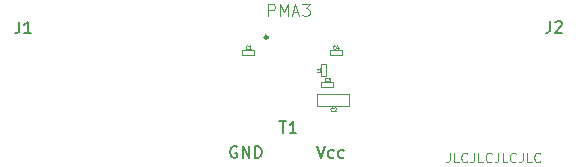
<source format=gbr>
%TF.GenerationSoftware,KiCad,Pcbnew,(5.1.6)-1*%
%TF.CreationDate,2020-10-24T11:52:24+02:00*%
%TF.ProjectId,MW_amplifier,4d575f61-6d70-46c6-9966-6965722e6b69,rev?*%
%TF.SameCoordinates,Original*%
%TF.FileFunction,Legend,Top*%
%TF.FilePolarity,Positive*%
%FSLAX46Y46*%
G04 Gerber Fmt 4.6, Leading zero omitted, Abs format (unit mm)*
G04 Created by KiCad (PCBNEW (5.1.6)-1) date 2020-10-24 11:52:24*
%MOMM*%
%LPD*%
G01*
G04 APERTURE LIST*
%ADD10C,0.120000*%
%ADD11C,0.060000*%
%ADD12C,0.255000*%
%ADD13C,0.080000*%
%ADD14C,0.150000*%
%ADD15C,0.100000*%
G04 APERTURE END LIST*
D10*
X163654761Y-108511904D02*
X163654761Y-109083333D01*
X163616666Y-109197619D01*
X163540476Y-109273809D01*
X163426190Y-109311904D01*
X163350000Y-109311904D01*
X164416666Y-109311904D02*
X164035714Y-109311904D01*
X164035714Y-108511904D01*
X165140476Y-109235714D02*
X165102380Y-109273809D01*
X164988095Y-109311904D01*
X164911904Y-109311904D01*
X164797619Y-109273809D01*
X164721428Y-109197619D01*
X164683333Y-109121428D01*
X164645238Y-108969047D01*
X164645238Y-108854761D01*
X164683333Y-108702380D01*
X164721428Y-108626190D01*
X164797619Y-108550000D01*
X164911904Y-108511904D01*
X164988095Y-108511904D01*
X165102380Y-108550000D01*
X165140476Y-108588095D01*
X165711904Y-108511904D02*
X165711904Y-109083333D01*
X165673809Y-109197619D01*
X165597619Y-109273809D01*
X165483333Y-109311904D01*
X165407142Y-109311904D01*
X166473809Y-109311904D02*
X166092857Y-109311904D01*
X166092857Y-108511904D01*
X167197619Y-109235714D02*
X167159523Y-109273809D01*
X167045238Y-109311904D01*
X166969047Y-109311904D01*
X166854761Y-109273809D01*
X166778571Y-109197619D01*
X166740476Y-109121428D01*
X166702380Y-108969047D01*
X166702380Y-108854761D01*
X166740476Y-108702380D01*
X166778571Y-108626190D01*
X166854761Y-108550000D01*
X166969047Y-108511904D01*
X167045238Y-108511904D01*
X167159523Y-108550000D01*
X167197619Y-108588095D01*
X167769047Y-108511904D02*
X167769047Y-109083333D01*
X167730952Y-109197619D01*
X167654761Y-109273809D01*
X167540476Y-109311904D01*
X167464285Y-109311904D01*
X168530952Y-109311904D02*
X168150000Y-109311904D01*
X168150000Y-108511904D01*
X169254761Y-109235714D02*
X169216666Y-109273809D01*
X169102380Y-109311904D01*
X169026190Y-109311904D01*
X168911904Y-109273809D01*
X168835714Y-109197619D01*
X168797619Y-109121428D01*
X168759523Y-108969047D01*
X168759523Y-108854761D01*
X168797619Y-108702380D01*
X168835714Y-108626190D01*
X168911904Y-108550000D01*
X169026190Y-108511904D01*
X169102380Y-108511904D01*
X169216666Y-108550000D01*
X169254761Y-108588095D01*
X169826190Y-108511904D02*
X169826190Y-109083333D01*
X169788095Y-109197619D01*
X169711904Y-109273809D01*
X169597619Y-109311904D01*
X169521428Y-109311904D01*
X170588095Y-109311904D02*
X170207142Y-109311904D01*
X170207142Y-108511904D01*
X171311904Y-109235714D02*
X171273809Y-109273809D01*
X171159523Y-109311904D01*
X171083333Y-109311904D01*
X170969047Y-109273809D01*
X170892857Y-109197619D01*
X170854761Y-109121428D01*
X170816666Y-108969047D01*
X170816666Y-108854761D01*
X170854761Y-108702380D01*
X170892857Y-108626190D01*
X170969047Y-108550000D01*
X171083333Y-108511904D01*
X171159523Y-108511904D01*
X171273809Y-108550000D01*
X171311904Y-108588095D01*
D11*
%TO.C,L1*%
X153200000Y-102000000D02*
X152800000Y-102000000D01*
X153200000Y-101000000D02*
X153200000Y-102000000D01*
X152800000Y-101000000D02*
X153200000Y-101000000D01*
X152800000Y-102000000D02*
X152800000Y-101000000D01*
D12*
%TO.C,PMA3*%
X148252000Y-98725000D02*
G75*
G03*
X148252000Y-98725000I-127500J0D01*
G01*
D11*
%TO.C,C4*%
X153500000Y-100200000D02*
X153500000Y-99800000D01*
X154500000Y-100200000D02*
X153500000Y-100200000D01*
X154500000Y-99800000D02*
X154500000Y-100200000D01*
X153500000Y-99800000D02*
X154500000Y-99800000D01*
%TO.C,C3*%
X152800000Y-102943000D02*
X152800000Y-102543000D01*
X153800000Y-102943000D02*
X152800000Y-102943000D01*
X153800000Y-102543000D02*
X153800000Y-102943000D01*
X152800000Y-102543000D02*
X153800000Y-102543000D01*
D13*
%TO.C,C2*%
X152447000Y-103513000D02*
X155147000Y-103513000D01*
X155147000Y-103513000D02*
X155147000Y-104513000D01*
X155147000Y-104513000D02*
X152447000Y-104513000D01*
X152447000Y-104513000D02*
X152447000Y-103513000D01*
D11*
%TO.C,C1*%
X146108800Y-100199800D02*
X146108800Y-99799800D01*
X147108800Y-100199800D02*
X146108800Y-100199800D01*
X147108800Y-99799800D02*
X147108800Y-100199800D01*
X146108800Y-99799800D02*
X147108800Y-99799800D01*
%TO.C,T1*%
D14*
X149238095Y-105852380D02*
X149809523Y-105852380D01*
X149523809Y-106852380D02*
X149523809Y-105852380D01*
X150666666Y-106852380D02*
X150095238Y-106852380D01*
X150380952Y-106852380D02*
X150380952Y-105852380D01*
X150285714Y-105995238D01*
X150190476Y-106090476D01*
X150095238Y-106138095D01*
X145638095Y-108000000D02*
X145542857Y-107952380D01*
X145400000Y-107952380D01*
X145257142Y-108000000D01*
X145161904Y-108095238D01*
X145114285Y-108190476D01*
X145066666Y-108380952D01*
X145066666Y-108523809D01*
X145114285Y-108714285D01*
X145161904Y-108809523D01*
X145257142Y-108904761D01*
X145400000Y-108952380D01*
X145495238Y-108952380D01*
X145638095Y-108904761D01*
X145685714Y-108857142D01*
X145685714Y-108523809D01*
X145495238Y-108523809D01*
X146114285Y-108952380D02*
X146114285Y-107952380D01*
X146685714Y-108952380D01*
X146685714Y-107952380D01*
X147161904Y-108952380D02*
X147161904Y-107952380D01*
X147400000Y-107952380D01*
X147542857Y-108000000D01*
X147638095Y-108095238D01*
X147685714Y-108190476D01*
X147733333Y-108380952D01*
X147733333Y-108523809D01*
X147685714Y-108714285D01*
X147638095Y-108809523D01*
X147542857Y-108904761D01*
X147400000Y-108952380D01*
X147161904Y-108952380D01*
X152409523Y-107952380D02*
X152742857Y-108952380D01*
X153076190Y-107952380D01*
X153838095Y-108904761D02*
X153742857Y-108952380D01*
X153552380Y-108952380D01*
X153457142Y-108904761D01*
X153409523Y-108857142D01*
X153361904Y-108761904D01*
X153361904Y-108476190D01*
X153409523Y-108380952D01*
X153457142Y-108333333D01*
X153552380Y-108285714D01*
X153742857Y-108285714D01*
X153838095Y-108333333D01*
X154695238Y-108904761D02*
X154600000Y-108952380D01*
X154409523Y-108952380D01*
X154314285Y-108904761D01*
X154266666Y-108857142D01*
X154219047Y-108761904D01*
X154219047Y-108476190D01*
X154266666Y-108380952D01*
X154314285Y-108333333D01*
X154409523Y-108285714D01*
X154600000Y-108285714D01*
X154695238Y-108333333D01*
%TO.C,L1*%
D11*
X152710714Y-101550000D02*
X152710714Y-101692857D01*
X152410714Y-101692857D01*
X152710714Y-101292857D02*
X152710714Y-101464285D01*
X152710714Y-101378571D02*
X152410714Y-101378571D01*
X152453571Y-101407142D01*
X152482142Y-101435714D01*
X152496428Y-101464285D01*
%TO.C,J2*%
D14*
X172158066Y-97343980D02*
X172158066Y-98058266D01*
X172110447Y-98201123D01*
X172015209Y-98296361D01*
X171872352Y-98343980D01*
X171777114Y-98343980D01*
X172586638Y-97439219D02*
X172634257Y-97391600D01*
X172729495Y-97343980D01*
X172967590Y-97343980D01*
X173062828Y-97391600D01*
X173110447Y-97439219D01*
X173158066Y-97534457D01*
X173158066Y-97629695D01*
X173110447Y-97772552D01*
X172539019Y-98343980D01*
X173158066Y-98343980D01*
%TO.C,J1*%
X127200066Y-97394780D02*
X127200066Y-98109066D01*
X127152447Y-98251923D01*
X127057209Y-98347161D01*
X126914352Y-98394780D01*
X126819114Y-98394780D01*
X128200066Y-98394780D02*
X127628638Y-98394780D01*
X127914352Y-98394780D02*
X127914352Y-97394780D01*
X127819114Y-97537638D01*
X127723876Y-97632876D01*
X127628638Y-97680495D01*
%TO.C,PMA3*%
D15*
X148261904Y-96902380D02*
X148261904Y-95902380D01*
X148642857Y-95902380D01*
X148738095Y-95950000D01*
X148785714Y-95997619D01*
X148833333Y-96092857D01*
X148833333Y-96235714D01*
X148785714Y-96330952D01*
X148738095Y-96378571D01*
X148642857Y-96426190D01*
X148261904Y-96426190D01*
X149261904Y-96902380D02*
X149261904Y-95902380D01*
X149595238Y-96616666D01*
X149928571Y-95902380D01*
X149928571Y-96902380D01*
X150357142Y-96616666D02*
X150833333Y-96616666D01*
X150261904Y-96902380D02*
X150595238Y-95902380D01*
X150928571Y-96902380D01*
X151166666Y-95902380D02*
X151785714Y-95902380D01*
X151452380Y-96283333D01*
X151595238Y-96283333D01*
X151690476Y-96330952D01*
X151738095Y-96378571D01*
X151785714Y-96473809D01*
X151785714Y-96711904D01*
X151738095Y-96807142D01*
X151690476Y-96854761D01*
X151595238Y-96902380D01*
X151309523Y-96902380D01*
X151214285Y-96854761D01*
X151166666Y-96807142D01*
%TO.C,C4*%
D11*
X153950000Y-99682142D02*
X153935714Y-99696428D01*
X153892857Y-99710714D01*
X153864285Y-99710714D01*
X153821428Y-99696428D01*
X153792857Y-99667857D01*
X153778571Y-99639285D01*
X153764285Y-99582142D01*
X153764285Y-99539285D01*
X153778571Y-99482142D01*
X153792857Y-99453571D01*
X153821428Y-99425000D01*
X153864285Y-99410714D01*
X153892857Y-99410714D01*
X153935714Y-99425000D01*
X153950000Y-99439285D01*
X154207142Y-99510714D02*
X154207142Y-99710714D01*
X154135714Y-99396428D02*
X154064285Y-99610714D01*
X154250000Y-99610714D01*
%TO.C,C3*%
X153250000Y-102425142D02*
X153235714Y-102439428D01*
X153192857Y-102453714D01*
X153164285Y-102453714D01*
X153121428Y-102439428D01*
X153092857Y-102410857D01*
X153078571Y-102382285D01*
X153064285Y-102325142D01*
X153064285Y-102282285D01*
X153078571Y-102225142D01*
X153092857Y-102196571D01*
X153121428Y-102168000D01*
X153164285Y-102153714D01*
X153192857Y-102153714D01*
X153235714Y-102168000D01*
X153250000Y-102182285D01*
X153350000Y-102153714D02*
X153535714Y-102153714D01*
X153435714Y-102268000D01*
X153478571Y-102268000D01*
X153507142Y-102282285D01*
X153521428Y-102296571D01*
X153535714Y-102325142D01*
X153535714Y-102396571D01*
X153521428Y-102425142D01*
X153507142Y-102439428D01*
X153478571Y-102453714D01*
X153392857Y-102453714D01*
X153364285Y-102439428D01*
X153350000Y-102425142D01*
%TO.C,C2*%
X153747000Y-104932942D02*
X153732714Y-104947228D01*
X153689857Y-104961514D01*
X153661285Y-104961514D01*
X153618428Y-104947228D01*
X153589857Y-104918657D01*
X153575571Y-104890085D01*
X153561285Y-104832942D01*
X153561285Y-104790085D01*
X153575571Y-104732942D01*
X153589857Y-104704371D01*
X153618428Y-104675800D01*
X153661285Y-104661514D01*
X153689857Y-104661514D01*
X153732714Y-104675800D01*
X153747000Y-104690085D01*
X153861285Y-104690085D02*
X153875571Y-104675800D01*
X153904142Y-104661514D01*
X153975571Y-104661514D01*
X154004142Y-104675800D01*
X154018428Y-104690085D01*
X154032714Y-104718657D01*
X154032714Y-104747228D01*
X154018428Y-104790085D01*
X153847000Y-104961514D01*
X154032714Y-104961514D01*
%TO.C,C1*%
X146558800Y-99681942D02*
X146544514Y-99696228D01*
X146501657Y-99710514D01*
X146473085Y-99710514D01*
X146430228Y-99696228D01*
X146401657Y-99667657D01*
X146387371Y-99639085D01*
X146373085Y-99581942D01*
X146373085Y-99539085D01*
X146387371Y-99481942D01*
X146401657Y-99453371D01*
X146430228Y-99424800D01*
X146473085Y-99410514D01*
X146501657Y-99410514D01*
X146544514Y-99424800D01*
X146558800Y-99439085D01*
X146844514Y-99710514D02*
X146673085Y-99710514D01*
X146758800Y-99710514D02*
X146758800Y-99410514D01*
X146730228Y-99453371D01*
X146701657Y-99481942D01*
X146673085Y-99496228D01*
%TD*%
M02*

</source>
